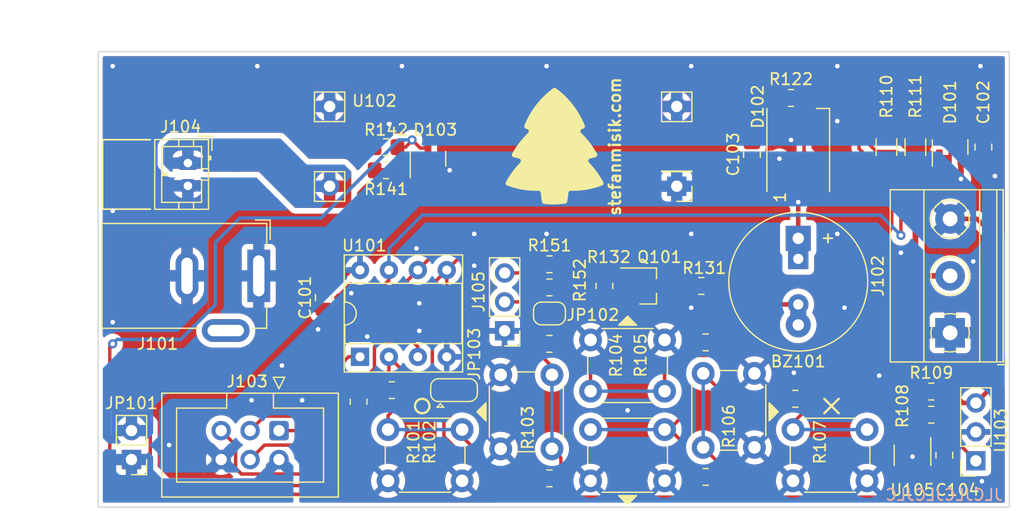
<source format=kicad_pcb>
(kicad_pcb (version 20221018) (generator pcbnew)
  (layers (0 "F.Cu" signal) (31 "B.Cu" signal) (34 "B.Paste" user) (35 "F.Paste" user) (36 "B.SilkS" user "B.Silkscreen") (37 "F.SilkS" user "F.Silkscreen") (38 "B.Mask" user) (39 "F.Mask" user) (44 "Edge.Cuts" user))
  (net 0 "")
  (net 1 "+5V")
  (net 2 "Net-(BZ101--)")
  (net 3 "GND")
  (net 4 "Net-(D101-COM)")
  (net 6 "Net-(J102-Pin_2)")
  (net 7 "Net-(J103-VCC)")
  (net 8 "/LED_DATA")
  (net 9 "/STATUS{slash}LED_DATA{slash}SCK")
  (net 10 "/RESET")
  (net 11 "Net-(Q101-B)")
  (net 12 "Net-(Q101-C)")
  (net 13 "/RX{slash}MOSI")
  (net 14 "Net-(D102-DIN)")
  (net 15 "/KEYPAD_ADC{slash}IR")
  (net 16 "Net-(R104-Pad2)")
  (net 17 "Net-(R107-Pad2)")
  (net 18 "Net-(R103-Pad2)")
  (net 19 "Net-(R105-Pad2)")
  (net 20 "Net-(R106-Pad2)")
  (net 21 "/BAT_VMON")
  (net 22 "Net-(J104-Pin_1)")
  (net 23 "Net-(J105-Pin_2)")
  (net 24 "/BUZZER")
  (net 25 "Net-(U103-OUT)")
  (net 26 "Net-(R102-Pad2)")
  (net 27 "/BUZZER{slash}TX{slash}MISO")
  (net 28 "Net-(J105-Pin_3)")
  (net 29 "Net-(R108-Pad1)")
  (net 30 "Net-(JP103-C)")
  (footprint "LED_SMD:LED_WS2812B_PLCC4_5.0x5.0mm_P3.2mm" (layer "F.Cu") (at 180.848 83.566 90)
    (fp_text reference "D102")
    (fp_text value "WS2812B")
  )
  (footprint "Resistor_SMD:R_1206_3216Metric_Pad1.30x1.75mm_HandSolder" (layer "F.Cu") (at 191.135 83.312 -90)
    (fp_text reference "R111")
    (fp_text value "22R 0.25W")
  )
  (footprint "Button_Switch_THT:SW_PUSH_6mm" (layer "F.Cu") (at 154.722 109.803 90)
    (fp_text reference "SW102" hide)
    (fp_text value "SW_Push")
  )
  (footprint "Jumper:SolderJumper-2_P1.3mm_Bridged_RoundedPad1.0x1.5mm" (layer "F.Cu") (at 159.004 97.917 180)
    (fp_text reference "JP102")
    (fp_text value "Jumper_2_Bridged")
  )
  (footprint "Package_DIP:DIP-8_W7.62mm_Socket" (layer "F.Cu") (at 142.367 101.727 90)
    (fp_text reference "U101")
    (fp_text value "ATtiny85-20P")
  )
  (footprint "Resistor_SMD:R_0805_2012Metric_Pad1.20x1.40mm_HandSolder" (layer "F.Cu") (at 163.83 95.504 90)
    (fp_text reference "R132")
    (fp_text value "10K")
  )
  (footprint "Resistor_SMD:R_0805_2012Metric_Pad1.20x1.40mm_HandSolder" (layer "F.Cu") (at 144.653 83.312 180)
    (fp_text reference "R142")
    (fp_text value "680K")
  )
  (footprint "Resistor_SMD:R_0805_2012Metric_Pad1.20x1.40mm_HandSolder" (layer "F.Cu") (at 159.004 93.599)
    (fp_text reference "R151")
    (fp_text value "330R")
  )
  (footprint "Button_Switch_THT:SW_PUSH_6mm" (layer "F.Cu") (at 162.612 100.239)
    (fp_text reference "SW103" hide)
    (fp_text value "SW_Push")
  )
  (footprint "Connector_BarrelJack:BarrelJack_GCT_DCJ200-10-A_Horizontal" (layer "F.Cu") (at 133.477 94.615 -90)
    (fp_text reference "J101")
    (fp_text value "Barrel_Jack_Switch")
  )
  (footprint "Button_Switch_THT:SW_PUSH_6mm" (layer "F.Cu") (at 151.332 112.613 180)
    (fp_text reference "SW101" hide)
    (fp_text value "SW_Push")
  )
  (footprint "Resistor_SMD:R_0805_2012Metric_Pad1.20x1.40mm_HandSolder" (layer "F.Cu") (at 159.004 95.631)
    (fp_text reference "R152")
    (fp_text value "330R")
  )
  (footprint "Package_TO_SOT_SMD:SOT-23-5_HandSoldering" (layer "F.Cu") (at 190.881 110.363 -90)
    (fp_text reference "U105")
    (fp_text value "74AHC1G125")
  )
  (footprint "Package_TO_SOT_SMD:SOT-23" (layer "F.Cu") (at 148.336 84.328 90)
    (fp_text reference "D103")
    (fp_text value "BAT54S")
  )
  (footprint "Resistor_SMD:R_1206_3216Metric_Pad1.30x1.75mm_HandSolder" (layer "F.Cu") (at 188.595 83.312 90)
    (fp_text reference "R110")
    (fp_text value "22R 0.25W")
  )
  (footprint "Package_TO_SOT_SMD:SOT-23_Handsoldering" (layer "F.Cu") (at 167.64 95.504)
    (fp_text reference "Q101")
    (fp_text value "BC817")
  )
  (footprint "Resistor_SMD:R_0805_2012Metric_Pad1.20x1.40mm_HandSolder" (layer "F.Cu") (at 192.532 104.775)
    (fp_text reference "R109")
    (fp_text value "10K")
  )
  (footprint "Connector_JST:JST_PH_B2B-PH-K_1x02_P2.00mm_Vertical" (layer "F.Cu") (at 127.254 84.709 -90)
    (fp_text reference "J104")
    (fp_text value "Conn_01x02")
  )
  (footprint "Connector_PinHeader_2.54mm:PinHeader_1x03_P2.54mm_Vertical" (layer "F.Cu") (at 155.067 99.441 180)
    (fp_text reference "J105")
    (fp_text value "Conn_01x02")
  )
  (footprint "Capacitor_SMD:C_0805_2012Metric_Pad1.18x1.45mm_HandSolder" (layer "F.Cu") (at 197.104 83.312 90)
    (fp_text reference "C102")
    (fp_text value "100n")
  )
  (footprint "Connector_PinHeader_2.54mm:PinHeader_1x02_P2.54mm_Vertical" (layer "F.Cu") (at 122.301 110.744 180)
    (fp_text reference "JP101")
    (fp_text value "Jumper_2_Open")
  )
  (footprint "Resistor_SMD:R_0805_2012Metric_Pad1.20x1.40mm_HandSolder" (layer "F.Cu") (at 159.004 100.584)
    (fp_text reference "R104")
    (fp_text value "680R")
  )
  (footprint "Resistor_SMD:R_0805_2012Metric_Pad1.20x1.40mm_HandSolder" (layer "F.Cu") (at 180.594 105.41)
    (fp_text reference "R107")
    (fp_text value "7K5")
  )
  (footprint "Resistor_SMD:R_0805_2012Metric_Pad1.20x1.40mm_HandSolder" (layer "F.Cu") (at 180.213 78.994 180)
    (fp_text reference "R122")
    (fp_text value "330R")
  )
  (footprint "Button_Switch_THT:SW_PUSH_6mm" (layer "F.Cu") (at 169.112 112.613 180)
    (fp_text reference "SW104" hide)
    (fp_text value "SW_Push")
  )
  (footprint "Button_Switch_THT:SW_PUSH_6mm" (layer "F.Cu") (at 186.892 112.613 180)
    (fp_text reference "SW106" hide)
    (fp_text value "SW_Push")
  )
  (footprint "TerminalBlock_Phoenix:TerminalBlock_Phoenix_MKDS-1,5-3_1x03_P5.00mm_Horizontal" (layer "F.Cu") (at 194.183 99.615 90)
    (fp_text reference "J102")
    (fp_text value "Screw_Terminal_01x03")
  )
  (footprint "project-specific:mt3608-module" (layer "F.Cu") (at 170.18 86.741 180)
    (fp_text reference "U102")
    (fp_text value "MT3608-MODULE")
  )
  (footprint "Resistor_SMD:R_0805_2012Metric_Pad1.20x1.40mm_HandSolder" (layer "F.Cu") (at 145.161 104.648)
    (fp_text reference "R102")
    (fp_text value "330R")
  )
  (footprint "Package_TO_SOT_SMD:SOT-23" (layer "F.Cu") (at 194.183 83.312 90)
    (fp_text reference "D101")
    (fp_text value "BAT54S")
  )
  (footprint "Button_Switch_THT:SW_PUSH_6mm" (layer "F.Cu") (at 177.002 103.176 -90)
    (fp_text reference "SW105" hide)
    (fp_text value "SW_Push")
  )
  (footprint "Capacitor_SMD:C_0805_2012Metric_Pad1.18x1.45mm_HandSolder" (layer "F.Cu") (at 193.675 110.363 -90)
    (fp_text reference "C104")
    (fp_text value "100n")
  )
  (footprint "Capacitor_SMD:C_0805_2012Metric_Pad1.18x1.45mm_HandSolder" (layer "F.Cu") (at 176.784 83.947 90)
    (fp_text reference "C103")
    (fp_text value "100n")
  )
  (footprint "project-specific:R_0805_2012Metric_Pad1.20x1.40mm_HandSolder_Jumper" (layer "F.Cu") (at 144.653 85.344)
    (fp_text reference "R141")
    (fp_text value "0R")
  )
  (footprint "Capacitor_SMD:C_0805_2012Metric_Pad1.18x1.45mm_HandSolder" (layer "F.Cu") (at 139.192 96.52 -90)
    (fp_text reference "C101")
    (fp_text value "100n")
  )
  (footprint "Resistor_SMD:R_0805_2012Metric_Pad1.20x1.40mm_HandSolder" (layer "F.Cu") (at 172.72 100.457)
    (fp_text reference "R105")
    (fp_text value "1K")
  )
  (footprint "Resistor_SMD:R_0805_2012Metric_Pad1.20x1.40mm_HandSolder" (layer "F.Cu") (at 192.532 106.807)
    (fp_text reference "R108")
    (fp_text value "47R")
  )
  (footprint "project-specific:Buzzer_Stacked" (layer "F.Cu") (at 180.848 91.323 -90)
    (fp_text reference "BZ101")
    (fp_text value "Buzzer")
  )
  (footprint "Connector_IDC:IDC-Header_2x03_P2.54mm_Vertical" (layer "F.Cu") (at 135.255 108.204 -90)
    (fp_text reference "J103")
    (fp_text value "AVR-ISP-6")
  )
  (footprint "Resistor_SMD:R_0805_2012Metric_Pad1.20x1.40mm_HandSolder" (layer "F.Cu") (at 142.24 105.664 90)
    (fp_text reference "R101")
    (fp_text value "2K")
  )
  (footprint "Resistor_SMD:R_0805_2012Metric_Pad1.20x1.40mm_HandSolder" (layer "F.Cu") (at 172.72 112.268)
    (fp_text reference "R106")
    (fp_text value "2K")
  )
  (footprint "Connector_PinSocket_2.54mm:PinSocket_1x03_P2.54mm_Vertical" (layer "F.Cu") (at 196.444 110.856 180)
    (fp_text reference "U103")
    (fp_text value "~")
  )
  (footprint "Resistor_SMD:R_0805_2012Metric_Pad1.20x1.40mm_HandSolder" (layer "F.Cu") (at 159.004 112.395)
    (fp_text reference "R103")
    (fp_text value "470R")
  )
  (footprint "Jumper:SolderJumper-3_P1.3mm_Bridged12_RoundedPad1.0x1.5mm" (layer "F.Cu") (at 150.622 104.648)
    (fp_text reference "JP103")
    (fp_text value "Jumper_3_Bridged12")
  )
  (footprint "Resistor_SMD:R_0805_2012Metric_Pad1.20x1.40mm_HandSolder" (layer "F.Cu") (at 172.339 95.504 180)
    (fp_text reference "R131")
    (fp_text value "1K")
  )
  (gr_poly (pts (xy 159.467318 78.104174) (xy 159.482674 78.105978) (xy 159.497891 78.108987) (xy 159.512899 78.113198) (xy 159.527628 78.118612) (xy 159.54201 78.12523) (xy 159.555974 78.133051) (xy 159.569451 78.142075) (xy 159.746407 78.27505) (xy 159.923506 78.416611) (xy 160.100183 78.566955) (xy 160.275874 78.726278) (xy 160.450013 78.894775) (xy 160.622036 79.072643) (xy 160.791379 79.260078) (xy 160.957476 79.457275) (xy 161.119764 79.664431) (xy 161.277678 79.881742) (xy 161.430652 80.109404) (xy 161.578123 80.347612) (xy 161.719526 80.596563) (xy 161.854296 80.856453) (xy 161.981869 81.127478) (xy 162.10168 81.409833) (xy 162.105525 81.420178) (xy 162.108797 81.430593) (xy 162.111503 81.441059) (xy 162.113653 81.451558) (xy 162.115254 81.462071) (xy 162.116315 81.472581) (xy 162.116844 81.483067) (xy 162.116848 81.493513) (xy 162.116338 81.5039) (xy 162.115319 81.51421) (xy 162.113802 81.524423) (xy 162.111794 81.534522) (xy 162.109303 81.544488) (xy 162.106338 81.554303) (xy 162.102907 81.563948) (xy 162.099017 81.573405) (xy 162.094679 81.582656) (xy 162.089898 81.591682) (xy 162.084685 81.600465) (xy 162.079047 81.608986) (xy 162.072992 81.617227) (xy 162.066529 81.62517) (xy 162.059666 81.632796) (xy 162.052411 81.640087) (xy 162.044772 81.647024) (xy 162.036758 81.653589) (xy 162.028377 81.659764) (xy 162.019637 81.66553) (xy 162.010546 81.670869) (xy 162.001113 81.675762) (xy 161.991346 81.680191) (xy 161.981253 81.684138) (xy 161.920051 81.705915) (xy 161.858233 81.727283) (xy 161.844889 81.732352) (xy 161.832179 81.738212) (xy 161.820111 81.744822) (xy 161.808693 81.752139) (xy 161.797934 81.760124) (xy 161.787841 81.768733) (xy 161.778423 81.777926) (xy 161.769688 81.78766) (xy 161.761644 81.797895) (xy 161.7543 81.808588) (xy 161.747664 81.819699) (xy 161.741743 81.831185) (xy 161.736546 81.843004) (xy 161.732081 81.855117) (xy 161.728357 81.867479) (xy 161.725382 81.880052) (xy 161.723163 81.892791) (xy 161.721709 81.905657) (xy 161.721029 81.918607) (xy 161.72113 81.9316) (xy 161.72202 81.944594) (xy 161.723709 81.957549) (xy 161.726203 81.970421) (xy 161.729512 81.98317) (xy 161.733643 81.995753) (xy 161.738605 82.00813) (xy 161.744405 82.02026) (xy 161.751053 82.032099) (xy 161.758556 82.043607) (xy 161.766922 82.054742) (xy 161.77616 82.065463) (xy 161.786277 82.075727) (xy 161.975389 82.261994) (xy 162.161396 82.459189) (xy 162.343712 82.667591) (xy 162.433304 82.776082) (xy 162.521755 82.887478) (xy 162.608991 83.001816) (xy 162.69494 83.119129) (xy 162.779529 83.239453) (xy 162.862684 83.362822) (xy 162.944332 83.489271) (xy 163.024401 83.618835) (xy 163.102817 83.751549) (xy 163.179509 83.887447) (xy 163.185191 83.898504) (xy 163.190161 83.909717) (xy 163.194429 83.92106) (xy 163.198006 83.932507) (xy 163.200901 83.944032) (xy 163.203125 83.955608) (xy 163.204688 83.96721) (xy 163.2056 83.978812) (xy 163.205872 83.990386) (xy 163.205513 84.001908) (xy 163.204535 84.013351) (xy 163.202947 84.024688) (xy 163.20076 84.035894) (xy 163.197984 84.046942) (xy 163.194628 84.057807) (xy 163.190704 84.068462) (xy 163.186222 84.078881) (xy 163.181191 84.089037) (xy 163.175623 84.098905) (xy 163.169526 84.108459) (xy 163.162913 84.117673) (xy 163.155792 84.126519) (xy 163.148174 84.134973) (xy 163.14007 84.143007) (xy 163.131489 84.150596) (xy 163.122442 84.157714) (xy 163.112939 84.164335) (xy 163.102991 84.170432) (xy 163.092607 84.175978) (xy 163.081798 84.180949) (xy 163.070574 84.185318) (xy 163.058945 84.189059) (xy 162.939677 84.222348) (xy 162.818451 84.253948) (xy 162.695304 84.283756) (xy 162.570276 84.31167) (xy 162.570277 84.31167) (xy 162.555885 84.315296) (xy 162.542083 84.319845) (xy 162.528883 84.325272) (xy 162.5163 84.331531) (xy 162.504347 84.338577) (xy 162.493036 84.346364) (xy 162.482382 84.354847) (xy 162.472399 84.363981) (xy 162.463098 84.373719) (xy 162.454495 84.384017) (xy 162.446602 84.394828) (xy 162.439432 84.406108) (xy 162.433 84.41781) (xy 162.427318 84.42989) (xy 162.4224 84.442302) (xy 162.418259 84.455) (xy 162.41491 84.467939) (xy 162.412364 84.481073) (xy 162.410637 84.494357) (xy 162.40974 84.507745) (xy 162.409688 84.521192) (xy 162.410494 84.534653) (xy 162.412171 84.548081) (xy 162.414733 84.561431) (xy 162.418193 84.574658) (xy 162.422565 84.587717) (xy 162.427862 84.600561) (xy 162.434098 84.613146) (xy 162.441285 84.625425) (xy 162.449438 84.637354) (xy 162.458569 84.648886) (xy 162.468693 84.659977) (xy 162.640172 84.841094) (xy 162.808582 85.031706) (xy 162.973453 85.232026) (xy 163.134314 85.442271) (xy 163.290695 85.662653) (xy 163.367059 85.776712) (xy 163.442126 85.893387) (xy 163.515837 86.012704) (xy 163.588135 86.134688) (xy 163.65896 86.259369) (xy 163.728253 86.386771) (xy 163.733461 86.397242) (xy 163.73803 86.407852) (xy 163.741969 86.418579) (xy 163.745286 86.4294) (xy 163.747989 86.440293) (xy 163.750088 86.451236) (xy 163.751591 86.462206) (xy 163.752506 86.473181) (xy 163.752842 86.484139) (xy 163.752607 86.495056) (xy 163.75181 86.505911) (xy 163.750459 86.516681) (xy 163.748563 86.527344) (xy 163.74613 86.537877) (xy 163.743169 86.548259) (xy 163.739689 86.558466) (xy 163.735697 86.568476) (xy 163.731202 86.578267) (xy 163.726213 86.587816) (xy 163.720739 86.597102) (xy 163.714787 86.606101) (xy 163.708366 86.614791) (xy 163.701486 86.62315) (xy 163.694153 86.631155) (xy 163.686378 86.638784) (xy 163.678167 86.646015) (xy 163.669531 86.652825) (xy 163.660477 86.659192) (xy 163.651013 86.665094) (xy 163.641149 86.670507) (xy 163.630893 86.67541) (xy 163.620253 86.67978) (xy 163.323038 86.784915) (xy 163.011526 86.880021) (xy 162.686207 86.963363) (xy 162.518521 87.000081) (xy 162.347567 87.033208) (xy 162.173404 87.062526) (xy 161.996095 87.08782) (xy 161.815699 87.108872) (xy 161.632278 87.125465) (xy 161.445893 87.137383) (xy 161.256605 87.144409) (xy 161.064474 87.146325) (xy 160.869563 87.142916) (xy 160.859564 87.142847) (xy 160.849673 87.143273) (xy 160.839901 87.144182) (xy 160.830259 87.145564) (xy 160.820761 87.147408) (xy 160.811418 87.149704) (xy 160.802242 87.152439) (xy 160.793245 87.155603) (xy 160.78444 87.159186) (xy 160.775837 87.163176) (xy 160.767449 87.167562) (xy 160.759288 87.172333) (xy 160.751365 87.17748) (xy 160.743694 87.182989) (xy 160.736286 87.188852) (xy 160.729152 87.195056) (xy 160.722305 87.201591) (xy 160.715757 87.208446) (xy 160.70952 87.215609) (xy 160.703605 87.223071) (xy 160.698025 87.23082) (xy 160.692792 87.238845) (xy 160.687918 87.247136) (xy 160.683414 87.25568) (xy 160.679293 87.264469) (xy 160.675566 87.273489) (xy 160.672246 87.282731) (xy 160.669344 87.292184) (xy 160.666873 87.301837) (xy 160.664845 87.311678) (xy 160.66327 87.321697) (xy 160.662163 87.331883) (xy 160.653673 87.42601) (xy 160.643961 87.520683) (xy 160.633007 87.615896) (xy 160.620792 87.711646) (xy 160.607297 87.807927) (xy 160.592503 87.904734) (xy 160.57639 88.002063) (xy 160.55894 88.099909) (xy 160.557304 88.107928) (xy 160.555371 88.115827) (xy 160.553146 88.1236) (xy 160.550637 88.13124) (xy 160.547849 88.138741) (xy 160.544789 88.146097) (xy 160.537879 88.160348) (xy 160.529958 88.17394) (xy 160.521076 88.186825) (xy 160.511286 88.19895) (xy 160.500638 88.210265) (xy 160.489184 88.220719) (xy 160.476974 88.230262) (xy 160.464061 88.238842) (xy 160.450494 88.246409) (xy 160.443482 88.249797) (xy 160.436326 88.252912) (xy 160.429033 88.255748) (xy 160.421608 88.2583) (xy 160.414058 88.26056) (xy 160.40639 88.262522) (xy 160.39861 88.26418) (xy 160.390724 88.265528) (xy 160.143002 88.298297) (xy 159.899012 88.32187) (xy 159.659007 88.336741) (xy 159.423236 88.343407) (xy 159.191952 88.342359) (xy 158.965406 88.334094) (xy 158.743849 88.319106) (xy 158.527532 88.297888) (xy 158.519336 88.296788) (xy 158.511242 88.295361) (xy 158.503255 88.293612) (xy 158.495383 88.291549) (xy 158.487634 88.289178) (xy 158.480014 88.286505) (xy 158.472531 88.283537) (xy 158.465191 88.280279) (xy 158.458003 88.276739) (xy 158.450973 88.272922) (xy 158.444108 88.268835) (xy 158.437416 88.264484) (xy 158.430903 88.259876) (xy 158.424578 88.255016) (xy 158.412516 88.24457) (xy 158.401287 88.233196) (xy 158.396004 88.227177) (xy 158.39095 88.220944) (xy 158.386134 88.214505) (xy 158.381561 88.207866) (xy 158.37724 88.201033) (xy 158.373178 88.194013) (xy 158.369382 88.186811) (xy 158.365858 88.179434) (xy 158.362615 88.171889) (xy 158.359659 88.164182) (xy 158.356998 88.156319) (xy 158.354638 88.148306) (xy 158.352587 88.140151) (xy 158.350852 88.131858) (xy 158.332281 88.029834) (xy 158.31516 87.928368) (xy 158.299466 87.827469) (xy 158.285177 87.727143) (xy 158.272271 87.627401) (xy 158.260724 87.528249) (xy 158.250516 87.429695) (xy 158.241622 87.331748) (xy 158.240514 87.321562) (xy 158.23894 87.311544) (xy 158.236912 87.301704) (xy 158.234441 87.292054) (xy 158.231539 87.282604) (xy 158.228219 87.273366) (xy 158.224492 87.264349) (xy 158.220371 87.255565) (xy 158.215867 87.247026) (xy 158.210992 87.238741) (xy 158.205759 87.230721) (xy 158.200179 87.222978) (xy 158.194265 87.215522) (xy 158.188027 87.208364) (xy 158.181479 87.201516) (xy 158.174633 87.194987) (xy 158.167499 87.18879) (xy 158.160091 87.182933) (xy 158.152419 87.17743) (xy 158.144497 87.17229) (xy 158.136336 87.167524) (xy 158.127948 87.163144) (xy 158.119345 87.159159) (xy 158.110539 87.155581) (xy 158.101542 87.152422) (xy 158.092366 87.149691) (xy 158.083023 87.147399) (xy 158.073525 87.145558) (xy 158.063884 87.144179) (xy 158.054112 87.143271) (xy 158.04422 87.142847) (xy 158.034222 87.142916) (xy 157.83931 87.146325) (xy 157.64718 87.144409) (xy 157.457892 87.137383) (xy 157.271506 87.125465) (xy 157.088085 87.108872) (xy 156.907689 87.08782) (xy 156.73038 87.062526) (xy 156.556217 87.033208) (xy 156.385262 87.000081) (xy 156.217577 86.963363) (xy 156.053222 86.923271) (xy 155.892257 86.880021) (xy 155.734745 86.83383) (xy 155.580746 86.784915) (xy 155.283531 86.67978) (xy 155.272891 86.67541) (xy 155.262635 86.670507) (xy 155.252771 86.665094) (xy 155.243307 86.659193) (xy 155.234253 86.652826) (xy 155.225617 86.646016) (xy 155.217406 86.638785) (xy 155.209631 86.631155) (xy 155.202298 86.62315) (xy 155.195418 86.614791) (xy 155.188997 86.606101) (xy 155.183045 86.597102) (xy 155.177571 86.587817) (xy 155.172582 86.578267) (xy 155.168087 86.568476) (xy 155.164096 86.558466) (xy 155.160615 86.548259) (xy 155.157654 86.537878) (xy 155.155221 86.527344) (xy 155.153325 86.516681) (xy 155.151974 86.505911) (xy 155.151177 86.495056) (xy 155.150942 86.484139) (xy 155.151278 86.473181) (xy 155.152193 86.462206) (xy 155.153696 86.451236) (xy 155.155795 86.440293) (xy 155.158499 86.4294) (xy 155.161816 86.418579) (xy 155.165754 86.407852) (xy 155.170323 86.397242) (xy 155.175531 86.386771) (xy 155.244823 86.259368) (xy 155.315643 86.134688) (xy 155.387935 86.012703) (xy 155.461639 85.893387) (xy 155.536698 85.776712) (xy 155.613053 85.662652) (xy 155.690646 85.551181) (xy 155.769419 85.44227) (xy 155.849313 85.335894) (xy 155.930271 85.232026) (xy 156.012234 85.130639) (xy 156.095144 85.031705) (xy 156.178943 84.935199) (xy 156.263573 84.841094) (xy 156.348975 84.749362) (xy 156.435092 84.659977) (xy 156.445215 84.648886) (xy 156.454347 84.637354) (xy 156.4625 84.625425) (xy 156.469687 84.613146) (xy 156.475922 84.600561) (xy 156.481219 84.587717) (xy 156.485591 84.574658) (xy 156.489051 84.561431) (xy 156.491613 84.548081) (xy 156.493291 84.534653) (xy 156.494096 84.521192) (xy 156.494044 84.507745) (xy 156.493148 84.494357) (xy 156.49142 84.481073) (xy 156.488874 84.467939) (xy 156.485525 84.455) (xy 156.481384 84.442302) (xy 156.476466 84.42989) (xy 156.470784 84.41781) (xy 156.464352 84.406108) (xy 156.457182 84.394828) (xy 156.449289 84.384017) (xy 156.440686 84.373719) (xy 156.431385 84.363981) (xy 156.421402 84.354847) (xy 156.410748 84.346364) (xy 156.399437 84.338577) (xy 156.387484 84.331531) (xy 156.374901 84.325272) (xy 156.361701 84.319845) (xy 156.347899 84.315296) (xy 156.333507 84.31167) (xy 156.208479 84.283756) (xy 156.085333 84.253948) (xy 155.964107 84.222349) (xy 155.844839 84.189059) (xy 155.83321 84.185318) (xy 155.821986 84.180949) (xy 155.811177 84.175978) (xy 155.800793 84.170432) (xy 155.790844 84.164335) (xy 155.781342 84.157714) (xy 155.772295 84.150596) (xy 155.763714 84.143007) (xy 155.755609 84.134973) (xy 155.747992 84.126519) (xy 155.740871 84.117673) (xy 155.734257 84.108459) (xy 155.728161 84.098905) (xy 155.722593 84.089037) (xy 155.717562 84.078881) (xy 155.71308 84.068462) (xy 155.709156 84.057807) (xy 155.7058 84.046942) (xy 155.703024 84.035894) (xy 155.700836 84.024688) (xy 155.699249 84.013351) (xy 155.69827 84.001908) (xy 155.697912 83.990386) (xy 155.698184 83.978812) (xy 155.699096 83.96721) (xy 155.700659 83.955608) (xy 155.702883 83.944032) (xy 155.705778 83.932507) (xy 155.709355 83.92106) (xy 155.713623 83.909717) (xy 155.718593 83.898504) (xy 155.724275 83.887447) (xy 155.800966 83.751549) (xy 155.879383 83.618835) (xy 155.959452 83.489271) (xy 156.0411 83.362822) (xy 156.124255 83.239453) (xy 156.208844 83.119129) (xy 156.294793 83.001816) (xy 156.382029 82.887478) (xy 156.47048 82.776082) (xy 156.560072 82.667591) (xy 156.650733 82.561972) (xy 156.742389 82.459189) (xy 156.834967 82.359208) (xy 156.928395 82.261994) (xy 157.022599 82.167512) (xy 157.117507 82.075727) (xy 157.127625 82.065463) (xy 157.136863 82.054742) (xy 157.145229 82.043607) (xy 157.152732 82.032099) (xy 157.159379 82.02026) (xy 157.16518 82.008131) (xy 157.170141 81.995753) (xy 157.174273 81.98317) (xy 157.177581 81.970421) (xy 157.180076 81.957549) (xy 157.181764 81.944595) (xy 157.182655 81.9316) (xy 157.182756 81.918607) (xy 157.182075 81.905657) (xy 157.180622 81.892791) (xy 157.178403 81.880052) (xy 157.175427 81.86748) (xy 157.171703 81.855117) (xy 157.167239 81.843005) (xy 157.162042 81.831185) (xy 157.156121 81.819699) (xy 157.149484 81.808588) (xy 157.14214 81.797895) (xy 157.134096 81.78766) (xy 157.125361 81.777926) (xy 157.115943 81.768733) (xy 157.10585 81.760124) (xy 157.095091 81.75214) (xy 157.083673 81.744822) (xy 157.071605 81.738212) (xy 157.058895 81.732352) (xy 157.045551 81.727283) (xy 157.014598 81.716663) (xy 156.983785 81.705915) (xy 156.922531 81.684138) (xy 156.912438 81.680191) (xy 156.902671 81.675762) (xy 156.893238 81.670869) (xy 156.884148 81.66553) (xy 156.875408 81.659764) (xy 156.867026 81.653589) (xy 156.859012 81.647024) (xy 156.851374 81.640087) (xy 156.844119 81.632796) (xy 156.837255 81.62517) (xy 156.830792 81.617227) (xy 156.824738 81.608986) (xy 156.819099 81.600465) (xy 156.813886 81.591682) (xy 156.809106 81.582656) (xy 156.804767 81.573405) (xy 156.800878 81.563948) (xy 156.797447 81.554303) (xy 156.794482 81.544488) (xy 156.791991 81.534522) (xy 156.789983 81.524423) (xy 156.788465 81.51421) (xy 156.787447 81.5039) (xy 156.786936 81.493513) (xy 156.786941 81.483067) (xy 156.78747 81.472581) (xy 156.78853 81.462071) (xy 156.790132 81.451558) (xy 156.792281 81.441059) (xy 156.794988 81.430593) (xy 156.79826 81.420178) (xy 156.802105 81.409833) (xy 156.921917 81.127478) (xy 157.049494 80.856453) (xy 157.18427 80.596563) (xy 157.32568 80.347612) (xy 157.473159 80.109404) (xy 157.626142 79.881742) (xy 157.784064 79.664432) (xy 157.946359 79.457275) (xy 158.112462 79.260078) (xy 158.281808 79.072643) (xy 158.453832 78.894775) (xy 158.627968 78.726278) (xy 158.803652 78.566955) (xy 158.980317 78.416611) (xy 159.1574 78.27505) (xy 159.334334 78.142075) (xy 159.347811 78.133051) (xy 159.361775 78.12523) (xy 159.376156 78.118612) (xy 159.390886 78.113198) (xy 159.405894 78.108987) (xy 159.42111 78.105978) (xy 159.436466 78.104174) (xy 159.451892 78.103572)) (fill solid) (layer "F.SilkS"))
  (gr_poly (pts (xy 153.416 107.315) (xy 152.654 106.553) (xy 153.416 105.791)) (stroke (width 0.15)) (fill solid) (layer "F.SilkS"))
  (gr_poly (pts (xy 166.624 113.919) (xy 165.862 114.681) (xy 165.1 113.919)) (stroke (width 0.15)) (fill solid) (layer "F.SilkS"))
  (gr_line (start 119.761 88.757) (end 123.952 88.757) (stroke (width 0.15)) (layer "F.SilkS"))
  (gr_line (start 184.404 106.68) (end 183.134 105.41) (stroke (width 0.2)) (layer "F.SilkS"))
  (gr_poly (pts (xy 165.1 98.933) (xy 165.862 98.171) (xy 166.624 98.933)) (stroke (width 0.15)) (fill solid) (layer "F.SilkS"))
  (gr_line (start 123.952 82.661) (end 119.761 82.661) (stroke (width 0.15)) (layer "F.SilkS"))
  (gr_poly (pts (xy 178.308 105.791) (xy 179.07 106.553) (xy 178.308 107.315)) (stroke (width 0.15)) (fill solid) (layer "F.SilkS"))
  (gr_line (start 119.761 82.661) (end 119.761 88.757) (stroke (width 0.15)) (layer "F.SilkS"))
  (gr_circle (center 147.828 106.045) (end 148.463 106.045) (stroke (width 0.2)) (fill none) (layer "F.SilkS"))
  (gr_line (start 183.134 106.68) (end 184.404 105.41) (stroke (width 0.2)) (layer "F.SilkS"))
  (gr_rect (start 119.38 74.93) (end 199.38 114.93) (stroke (width 0.1)) (fill none) (layer "Edge.Cuts"))
  (gr_text "JLCJLCJLCJLC" (at 188.407 114.427) (layer "B.SilkS") (effects (font (size 1 1)) (justify right bottom mirror)))
  (gr_text "stefanmisik.com" (at 165.33591 89.439146 90) (layer "F.SilkS") (effects (font (size 1 1) (thickness 0.2) bold) (justify left bottom)))
  (segment (start 150.241 85.344) (end 149.3645 85.344) (width 0.3) (layer "F.Cu") (net 1))
  (segment (start 139.192 95.4825) (end 140.1025 95.4825) (width 0.5) (layer "F.Cu") (net 1))
  (segment (start 196.061 84.3495) (end 197.104 84.3495) (width 0.5) (layer "F.Cu") (net 1))
  (segment (start 179.198 84.329) (end 179.197 84.328) (width 0.4) (layer "F.Cu") (net 1))
  (segment (start 194.183 89.615) (end 196.549 89.615) (width 0.4) (layer "F.Cu") (net 1))
  (segment (start 120.396 112.395) (end 121.793 113.792) (width 0.3) (layer "F.Cu") (net 1))
  (segment (start 142.24 111.506) (end 142.24 106.664) (width 0.3) (layer "F.Cu") (net 1))
  (segment (start 193.675 108.803166) (end 193.675 109.3255) (width 0.4) (layer "F.Cu") (net 1))
  (segment (start 179.198 86.016) (end 179.198 84.329) (width 0.4) (layer "F.Cu") (net 1))
  (segment (start 180.848 88.138) (end 180.848 91.323) (width 0.4) (layer "F.Cu") (net 1))
  (segment (start 120.396 108.966) (end 120.396 112.395) (width 0.3) (layer "F.Cu") (net 1))
  (segment (start 192.532 107.660166) (end 193.675 108.803166) (width 0.4) (layer "F.Cu") (net 1))
  (segment (start 121.158 108.204) (end 120.396 108.966) (width 0.3) (layer "F.Cu") (net 1))
  (segment (start 198.12 104.1) (end 196.444 105.776) (width 0.4) (layer "F.Cu") (net 1))
  (segment (start 122.301 108.204) (end 121.158 108.204) (width 0.3) (layer "F.Cu") (net 1))
  (segment (start 193.532 104.902) (end 192.532 105.902) (width 0.4) (layer "F.Cu") (net 1))
  (segment (start 191.831 111.1695) (end 193.675 109.3255) (width 0.3) (layer "F.Cu") (net 1))
  (segment (start 192.532 105.902) (end 192.532 107.660166) (width 0.4) (layer "F.Cu") (net 1))
  (segment (start 198.12 91.186) (end 198.12 104.1) (width 0.4) (layer "F.Cu") (net 1))
  (segment (start 149.3645 85.344) (end 149.286 85.2655) (width 0.3) (layer "F.Cu") (net 1))
  (segment (start 195.311 105.776) (end 194.437 104.902) (width 0.4) (layer "F.Cu") (net 1))
  (segment (start 121.793 113.792) (end 139.954 113.792) (width 0.3) (layer "F.Cu") (net 1))
  (segment (start 140.1025 95.4825) (end 141.478 94.107) (width 0.5) (layer "F.Cu") (net 1))
  (segment (start 177.7785 84.9845) (end 176.784 84.9845) (width 0.4) (layer "F.Cu") (net 1))
  (segment (start 195.961 84.2495) (end 196.061 84.3495) (width 0.5) (layer "F.Cu") (net 1))
  (segment (start 178.435 84.328) (end 177.7785 84.9845) (width 0.4) (layer "F.Cu") (net 1))
  (segment (start 196.549 89.615) (end 198.12 91.186) (width 0.4) (layer "F.Cu") (net 1))
  (segment (start 191.831 111.713) (end 191.831 111.1695) (width 0.3) (layer "F.Cu") (net 1))
  (segment (start 195.133 86.106) (end 195.133 84.2495) (width 0.5) (layer "F.Cu") (net 1))
  (segment (start 179.197 84.328) (end 178.435 84.328) (width 0.4) (layer "F.Cu") (net 1))
  (segment (start 139.954 113.792) (end 142.24 111.506) (width 0.3) (layer "F.Cu") (net 1))
  (segment (start 141.478 94.107) (end 142.367 94.107) (width 0.5) (layer "F.Cu") (net 1))
  (segment (start 196.444 105.776) (end 195.311 105.776) (width 0.4) (layer "F.Cu") (net 1))
  (segment (start 194.437 104.902) (end 193.532 104.902) (width 0.4) (layer "F.Cu") (net 1))
  (segment (start 195.133 84.2495) (end 195.961 84.2495) (width 0.5) (layer "F.Cu") (net 1))
  (via (at 150.241 85.344) (size 0.8) (drill 0.4) (layers "F.Cu" "B.Cu") (net 1))
  (via (at 180.848 88.138) (size 0.8) (drill 0.4) (layers "F.Cu" "B.Cu") (net 1))
  (via (at 179.197 84.328) (size 0.8) (drill 0.4) (layers "F.Cu" "B.Cu") (net 1))
  (via (at 195.133 86.106) (size 0.8) (drill 0.4) (layers "F.Cu" "B.Cu") (net 1))
  (segment (start 173.339 95.504) (end 176.657 95.504) (width 0.4) (layer "F.Cu") (net 2))
  (segment (start 178.276 97.123) (end 180.848 97.123) (width 0.4) (layer "F.Cu") (net 2))
  (segment (start 176.657 95.504) (end 178.276 97.123) (width 0.4) (layer "F.Cu") (net 2))
  (segment (start 187.721818 82.931) (end 189.865 82.931) (width 0.4) (layer "F.Cu") (net 3))
  (segment (start 192.8345 84.2495) (end 193.233 84.2495) (width 0.4) (layer "F.Cu") (net 3))
  (segment (start 157.099 99.314) (end 160.909 99.314) (width 0.4) (layer "F.Cu") (net 3))
  (segment (start 166.14 95.909) (end 165.735 95.504) (width 0.4) (layer "F.Cu") (net 3))
  (segment (start 165.735 95.504) (end 162.687 95.504) (width 0.4) (layer "F.Cu") (net 3))
  (segment (start 172.339 96.647) (end 172.339 94.361) (width 0.4) (layer "F.Cu") (net 3))
  (segment (start 169.148 112.649) (end 169.112 112.613) (width 0.3) (layer "F.Cu") (net 3))
  (segment (start 192.151 83.566) (end 192.8345 84.2495) (width 0.4) (layer "F.Cu") (net 3))
  (segment (start 190.881 108.077) (end 190.246 107.442) (width 0.5) (layer "F.Cu") (net 3))
  (segment (start 190.881 109.013) (end 190.881 108.077) (width 0.5) (layer "F.Cu") (net 3))
  (segment (start 187.452 80.645) (end 187.579 80.518) (width 0.4) (layer "F.Cu") (net 3))
  (segment (start 189.865 82.931) (end 190.5 83.566) (width 0.4) (layer "F.Cu") (net 3))
  (segment (start 190.5 83.566) (end 192.151 83.566) (width 0.4) (layer "F.Cu") (net 3))
  (segment (start 187.232 80.865) (end 187.452 80.645) (width 0.4) (layer "F.Cu") (net 3))
  (segment (start 166.14 96.454) (end 166.14 95.909) (width 0.4) (layer "F.Cu") (net 3))
  (segment (start 180.213 80.01) (end 180.213 77.978) (width 0.3) (layer "F.Cu") (net 3))
  (segment (start 190.881 109.013) (end 190.881 110.49) (width 0.5) (layer "F.Cu") (net 3))
  (segment (start 190.881 110.49) (end 190.881 112.903) (width 0.5) (layer "F.Cu") (net 3))
  (segment (start 187.232 82.441182) (end 187.232 80.865) (width 0.4) (layer "F.Cu") (net 3))
  (segment (start 187.232 82.441182) (end 187.721818 82.931) (width 0.4) (layer "F.Cu") (net 3))
  (via (at 146.05 76.2) (size 0.8) (drill 0.4) (layers "F.Cu" "B.Cu") (net 3))
  (via (at 152.4 93.726) (size 0.8) (drill 0.4) (layers "F.Cu" "B.Cu") (net 3))
  (via (at 144.907 81.28) (size 0.8) (drill 0.4) (layers "F.Cu" "B.Cu") (net 3))
  (via (at 133.35 76.2) (size 0.8) (drill 0.4) (layers "F.Cu" "B.Cu") (net 3))
  (via (at 143.002 99.949) (size 0.8) (drill 0.4) (layers "F.Cu" "B.Cu") (net 3))
  (via (at 120.65 88.9) (size 0.8) (drill 0.4) (layers "F.Cu" "B.Cu") (net 3))
  (via (at 132.842 105.537) (size 0.8) (drill 0.4) (layers "F.Cu" "B.Cu") (net 3))
  (via (at 147.32 92.202) (size 0.8) (drill 0.4) (layers "F.Cu" "B.Cu") (net 3))
  (via (at 147.574 99.441) (size 0.8) (drill 0.4) (layers "F.Cu" "B.Cu") (net 3))
  (via (at 120.65 76.2) (size 0.8) (drill 0.4) (layers "F.Cu" "B.Cu") (net 3))
  (via (at 147.574 97.028) (size 0.8) (drill 0.4) (layers "F.Cu" "B.Cu") (net 3))
  (via (at 189.865 92.583) (size 0.8) (drill 0.4) (layers "F.Cu" "B.Cu") (net 3))
  (via (at 184.912 97.409) (size 0.8) (drill 0.4) (layers "F.Cu" "B.Cu") (net 3))
  (via (at 125.603 109.474) (size 0.8) (drill 0.4) (layers "F.Cu" "B.Cu") (net 3))
  (via (at 184.277 90.932) (size 0.8) (drill 0.4) (layers "F.Cu" "B.Cu") (net 3))
  (via (at 190.881 110.49) (size 0.8) (drill 0.4) (layers "F.Cu" "B.Cu") (net 3))
  (via (at 165.862 106.426) (size 0.8) (drill 0.4) (layers "F.Cu" "B.Cu") (net 3))
  (via (at 135.509 102.489) (size 0.8) (drill 0.4) (layers "F.Cu" "B.Cu") (net 3))
  (via (at 138.684 99.314) (size 0.8) (drill 0.4) (layers "F.Cu" "B.Cu") (net 3))
  (via (at 158.75 90.932) (size 0.8) (drill 0.4) (layers "F.Cu" "B.Cu") (net 3))
  (via (at 196.85 76.2) (size 0.8) (drill 0.4) (layers "F.Cu" "B.Cu") (net 3))
  (via (at 187.96 103.378) (size 0.8) (drill 0.4) (layers "F.Cu" "B.Cu") (net 3))
  (via (at 137.287 105.537) (size 0.8) (drill 0.4) (layers "F.Cu" "B.Cu") (net 3))
  (via (at 180.467 103.124) (size 0.8) (drill 0.4) (layers "F.Cu" "B.Cu") (net 3))
  (via (at 158.75 76.2) (size 0.8) (drill 0.4) (layers "F.Cu" "B.Cu") (net 3))
  (via (at 120.65 98.679) (size 0.8) (drill 0.4) (layers "F.Cu" "B.Cu") (net 3))
  (via (at 196.977 112.649) (size 0.8) (drill 0.4) (layers "F.Cu" "B.Cu") (net 3))
  (via (at 171.45 97.409) (size 0.8) (drill 0.4) (layers "F.Cu" "B.Cu") (net 3))
  (via (at 198.12 85.852) (size 0.8) (drill 0.4) (layers "F.Cu" "B.Cu") (net 3))
  (via (at 184.277 81.026) (size 0.8) (drill 0.4) (layers "F.Cu" "B.Cu") (net 3))
  (via (at 171.45 76.2) (size 0.8) (drill 0.4) (layers "F.Cu" "B.Cu") (net 3))
  (via (at 171.45 90.932) (size 0.8) (drill 0.4) (layers "F.Cu" "B.Cu") (net 3))
  (via (at 184.277 76.2) (size 0.8) (drill 0.4) (layers "F.Cu" "B.Cu") (net 3))
  (via (at 180.213 82.677) (size 0.8) (drill 0.4) (layers "F.Cu" "B.Cu") (net 3))
  (via (at 196.215 93.345) (size 0.8) (drill 0.4) (layers "F.Cu" "B.Cu") (net 3))
  (via (at 141.605 96.139) (size 0.8) (drill 0.4) (layers "F.Cu" "B.Cu") (net 3))
  (via (at 152.4 90.932) (size 0.8) (drill 0.4) (layers "F.Cu" "B.Cu") (net 3))
  (segment (start 193.1185 82.3745) (end 194.183 82.3745) (width 0.5) (layer "F.Cu") (net 4))
  (segment (start 191.135 81.762) (end 192.506 81.762) (width 0.5) (layer "F.Cu") (net 4))
  (segment (start 192.506 81.762) (end 193.1185 82.3745) (width 0.5) (layer "F.Cu") (net 4))
  (segment (start 188.595 81.762) (end 191.135 81.762) (width 0.5) (layer "F.Cu") (net 4))
  (segment (start 191.135 84.862) (end 191.135 93.472) (width 0.5) (layer "F.Cu") (net 6))
  (segment (start 192.278 94.615) (end 194.183 94.615) (width 0.5) (layer "F.Cu") (net 6))
  (segment (start 191.135 93.472) (end 192.278 94.615) (width 0.5) (layer "F.Cu") (net 6))
  (segment (start 182.498 84.835) (end 182.498 86.016) (width 0.3) (layer "F.Cu") (net 8))
  (segment (start 188.595 84.761) (end 187.504 84.761) (width 0.3) (layer "F.Cu") (net 8))
  (segment (start 186.182 80.463106) (end 185.212894 79.494) (width 0.3) (layer "F.Cu") (net 8))
  (segment (start 185.212894 79.494) (end 182.368456 79.494) (width 0.3) (layer "F.Cu") (net 8))
  (segment (start 187.504 84.761) (end 186.182 83.439) (width 0.3) (layer "F.Cu") (net 8))
  (segment (start 182.368456 79.494) (end 181.356 80.506456) (width 0.3) (layer "F.Cu") (net 8))
  (segment (start 186.182 83.439) (end 186.182 80.463106) (width 0.3) (layer "F.Cu") (net 8))
  (segment (start 181.356 83.693) (end 182.498 84.835) (width 0.3) (layer "F.Cu") (net 8))
  (segment (start 181.356 80.506456) (end 181.356 83.693) (width 0.3) (layer "F.Cu") (net 8))
  (segment (start 187.706 83.693) (end 186.682 82.669) (width 0.3) (layer "F.Cu") (net 9))
  (segment (start 132.715 108.204) (end 133.985 106.934) (width 0.3) (layer "F.Cu") (net 9))
  (segment (start 137.795 106.934) (end 138.811 105.918) (width 0.3) (layer "F.Cu") (net 9))
  (segment (start 186.682 82.669) (end 186.682 80.256) (width 0.3) (layer "F.Cu") (net 9))
  (segment (start 189.865 91.059) (end 189.865 84.074) (width 0.3) (layer "F.Cu") (net 9))
  (segment (start 185.42 78.994) (end 181.213 78.994) (width 0.3) (layer "F.Cu") (net 9))
  (segment (start 189.865 84.074) (end 189.484 83.693) (width 0.3) (layer "F.Cu") (net 9))
  (segment (start 186.682 80.256) (end 185.42 78.994) (width 0.3) (layer "F.Cu") (net 9))
  (segment (start 133.985 106.934) (end 137.795 106.934) (width 0.3) (layer "F.Cu") (net 9))
  (segment (start 138.811 101.092) (end 144.907 94.996) (width 0.3) (layer "F.Cu") (net 9))
  (segment (start 144.907 94.996) (end 144.907 94.107) (width 0.3) (layer "F.Cu") (net 9))
  (segment (start 138.811 105.918) (end 138.811 101.092) (width 0.3) (layer "F.Cu") (net 9))
  (segment (start 189.484 83.693) (end 187.706 83.693) (width 0.3) (layer "F.Cu") (net 9))
  (via (at 189.865 91.059) (size 0.8) (drill 0.4) (layers "F.Cu" "B.Cu") (net 9))
  (segment (start 188.087 89.281) (end 189.865 91.059) (width 0.3) (layer "B.Cu") (net 9))
  (segment (start 144.907 94.107) (end 144.907 92.209938) (width 0.3) (layer "B.Cu") (net 9))
  (segment (start 146.057938 91.059) (end 146.057938 91.051062) (width 0.3) (layer "B.Cu") (net 9))
  (segment (start 147.828 89.281) (end 188.087 89.281) (width 0.3) (layer "B.Cu") (net 9))
  (segment (start 146.057938 91.051062) (end 147.828 89.281) (width 0.3) (layer "B.Cu") (net 9))
  (segment (start 144.907 92.209938) (end 146.057938 91.059) (width 0.3) (layer "B.Cu") (net 9))
  (segment (start 140.311 109.896212) (end 138.193212 112.014) (width 0.3) (layer "F.Cu") (net 10))
  (segment (start 131.953 112.014) (end 131.445 111.506) (width 0.3) (layer "F.Cu") (net 10))
  (segment (start 142.367 101.727) (end 141.351 101.727) (width 0.3) (layer "F.Cu") (net 10))
  (segment (start 141.351 101.727) (end 140.311 102.767) (width 0.3) (layer "F.Cu") (net 10))
  (segment (start 138.193212 112.014) (end 131.953 112.014) (width 0.3) (layer "F.Cu") (net 10))
  (segment (start 131.445 109.474) (end 130.175 108.204) (width 0.3) (layer "F.Cu") (net 10))
  (segment (start 140.311 102.767) (end 140.311 109.896212) (width 0.3) (layer "F.Cu") (net 10))
  (segment (start 131.445 111.506) (end 131.445 109.474) (width 0.3) (layer "F.Cu") (net 10))
  (segment (start 163.83 94.504) (end 164.857 94.504) (width 0.3) (layer "F.Cu") (net 11))
  (segment (start 164.907 94.554) (end 166.14 94.554) (width 0.3) (layer "F.Cu") (net 11))
  (segment (start 164.857 94.504) (end 164.907 94.554) (width 0.3) (layer "F.Cu") (net 11))
  (segment (start 169.14 95.504) (end 171.339 95.504) (width 0.4) (layer "F.Cu") (net 12))
  (segment (start 148.717 102.743) (end 148.717 97.282) (width 0.3) (layer "F.Cu") (net 13))
  (segment (start 149.987 94.107) (end 148.217 95.877) (width 0.3) (layer "F.Cu") (net 13))
  (segment (start 151.545 92.549) (end 149.987 94.107) (width 0.3) (layer "F.Cu") (net 13))
  (segment (start 160.004 93.599) (end 160.004 93.583) (width 0.3) (layer "F.Cu") (net 13))
  (segment (start 149.987 96.012) (end 149.987 94.107) (width 0.3) (layer "F.Cu") (net 13))
  (segment (start 158.97 92.549) (end 151.545 92.549) (width 0.3) (layer "F.Cu") (net 13))
  (segment (start 139.811 101.633212) (end 139.811 108.474) (width 0.3) (layer "F.Cu") (net 13))
  (segment (start 138.811 109.474) (end 133.985 109.474) (width 0.3) (layer "F.Cu") (net 13))
  (segment (start 148.217 95.877) (end 145.567212 95.877) (width 0.3) (layer "F.Cu") (net 13))
  (segment (start 139.811 108.474) (end 138.811 109.474) (width 0.3) (layer "F.Cu") (net 13))
  (segment (start 151.384 103.251) (end 149.225 103.251) (width 0.3) (layer "F.Cu") (net 13))
  (segment (start 133.985 109.474) (end 132.715 110.744) (width 0.3) (layer "F.Cu") (net 13))
  (segment (start 148.717 97.282) (end 149.987 96.012) (width 0.3) (layer "F.Cu") (net 13))
  (segment (start 151.922 103.789) (end 151.384 103.251) (width 0.3) (layer "F.Cu") (net 13))
  (segment (start 149.225 103.251) (end 148.717 102.743) (width 0.3) (layer "F.Cu") (net 13))
  (segment (start 160.004 93.583) (end 158.97 92.549) (width 0.3) (layer "F.Cu") (net 13))
  (segment (start 145.567212 95.877) (end 139.811 101.633212) (width 0.3) (layer "F.Cu") (net 13))
  (segment (start 151.922 104.648) (end 151.922 103.789) (width 0.3) (layer "F.Cu") (net 13))
  (segment (start 179.213 78.994) (end 179.213 81.101) (width 0.3) (layer "F.Cu") (net 14))
  (segment (start 179.213 81.101) (end 179.198 81.116) (width 0.3) (layer "F.Cu") (net 14))
  (segment (start 143.224 104.648) (end 144.161 104.648) (width 0.3) (layer "F.Cu") (net 15))
  (segment (start 146.431 103.251) (end 144.907 101.727) (width 0.3) (layer "F.Cu") (net 15))
  (segment (start 144.907 102.96525) (end 144.907 101.727) (width 0.3) (layer "F.Cu") (net 15))
  (segment (start 148.59 104.648) (end 147.193 103.251) (width 0.3) (layer "F.Cu") (net 15))
  (segment (start 142.24 104.664) (end 143.208 104.664) (width 0.3) (layer "F.Cu") (net 15))
  (segment (start 144.161 104.648) (end 144.161 103.71125) (width 0.3) (layer "F.Cu") (net 15))
  (segment (start 149.322 104.648) (end 148.59 104.648) (width 0.3) (layer "F.Cu") (net 15))
  (segment (start 147.193 103.251) (end 146.431 103.251) (width 0.3) (layer "F.Cu") (net 15))
  (segment (start 144.161 103.71125) (end 144.907 102.96525) (width 0.3) (layer "F.Cu") (net 15))
  (segment (start 143.208 104.664) (end 143.224 104.648) (width 0.3) (layer "F.Cu") (net 15))
  (segment (start 171.72 100.457) (end 169.112 103.065) (width 0.3) (layer "F.Cu") (net 16))
  (segment (start 162.612 103.192) (end 162.612 104.739) (width 0.3) (layer "F.Cu") (net 16))
  (segment (start 160.004 100.584) (end 162.612 103.192) (width 0.3) (layer "F.Cu") (net 16))
  (segment (start 169.112 103.065) (end 169.112 104.739) (width 0.3) (layer "F.Cu") (net 16))
  (segment (start 162.612 104.739) (end 169.112 104.739) (width 0.3) (layer "B.Cu") (net 16))
  (segment (start 181.594 105.41) (end 181.594 106.315) (width 0.3) (layer "F.Cu") (net 17))
  (segment (start 181.594 106.315) (end 180.392 107.517) (width 0.3) (layer "F.Cu") (net 17))
  (segment (start 180.392 107.517) (end 180.392 108.113) (width 0.3) (layer "F.Cu") (net 17))
  (segment (start 180.392 108.113) (end 186.892 108.113) (width 0.3) (layer "B.Cu") (net 17))
  (segment (start 160.004 110.585) (end 159.222 109.803) (width 0.3) (layer "F.Cu") (net 18))
  (segment (start 159.222 102.58) (end 159.222 103.303) (width 0.3) (layer "F.Cu") (net 18))
  (segment (start 160.004 112.395) (end 160.004 110.585) (width 0.3) (layer "F.Cu") (net 18))
  (segment (start 158.004 101.362) (end 159.222 102.58) (width 0.3) (layer "F.Cu") (net 18))
  (segment (start 158.004 100.584) (end 158.004 101.362) (width 0.3) (layer "F.Cu") (net 18))
  (segment (start 159.222 103.303) (end 159.222 109.803) (width 0.3) (layer "B.Cu") (net 18))
  (segment (start 170.815 102.362) (end 171.577 101.6) (width 0.3) (layer "F.Cu") (net 19))
  (segment (start 170.815 106.807) (end 170.815 102.362) (width 0.3) (layer "F.Cu") (net 19))
  (segment (start 169.112 108.113) (end 169.509 108.113) (width 0.3) (layer "F.Cu") (net 19))
  (segment (start 173.72 101.235) (end 173.72 100.457) (width 0.3) (layer "F.Cu") (net 19))
  (segment (start 171.577 101.6) (end 173.355 101.6) (width 0.3) (layer "F.Cu") (net 19))
  (segment (start 170.815 111.363) (end 171.72 112.268) (width 0.3) (layer "F.Cu") (net 19))
  (segment (start 170.815 109.347) (end 170.815 111.363) (width 0.3) (layer "F.Cu") (net 19))
  (segment (start 169.509 108.113) (end 170.815 106.807) (width 0.3) (layer "F.Cu") (net 19))
  (segment (start 169.581 108.113) (end 169.112 108.113) (width 0.3) (layer "F.Cu") (net 19))
  (segment (start 170.815 109.347) (end 169.581 108.113) (width 0.3) (layer "F.Cu") (net 19))
  (segment (start 173.355 101.6) (end 173.72 101.235) (width 0.3) (layer "F.Cu") (net 19))
  (segment (start 162.612 108.113) (end 169.112 108.113) (width 0.3) (layer "B.Cu") (net 19))
  (segment (start 179.594 105.41) (end 174.736 105.41) (width 0.3) (layer "F.Cu") (net 20))
  (segment (start 173.72 112.268) (end 173.72 110.894) (width 0.3) (layer "F.Cu") (net 20))
  (segment (start 174.736 105.41) (end 172.502 103.176) (width 0.3) (layer "F.Cu") (net 20))
  (segment (start 173.72 110.894) (end 172.502 109.676) (width 0.3) (layer "F.Cu") (net 20))
  (segment (start 172.502 103.176) (end 172.502 109.676) (width 0.3) (layer "B.Cu") (net 20))
  (segment (start 147.6525 83.3905) (end 148.336 83.3905) (width 0.3) (layer "F.Cu") (net 21))
  (segment (start 120.396 100.838) (end 120.396 106.045) (width 0.3) (layer "F.Cu") (net 21))
  (segment (start 146.939 100.33) (end 147.447 100.838) (width 0.3) (layer "F.Cu") (net 21))
  (segment (start 146.939 82.804) (end 146.939 82.677) (width 0.3) (layer "F.Cu") (net 21))
  (segment (start 141.870544 103.251) (end 143.129 103.251) (width 0.3) (layer "F.Cu") (net 21))
  (segment (start 143.637 100.838) (end 144.145 100.33) (width 0.3) (layer "F.Cu") (net 21))
  (segment (start 145.653 85.344) (end 145.653 83.312) (width 0.3) (layer "F.Cu") (net 21))
  (segment (start 143.129 103.251) (end 143.637 102.743) (width 0.3) (layer "F.Cu") (net 21))
  (segment (start 147.447 100.838) (end 147.447 101.727) (width 0.3) (layer "F.Cu") (net 21))
  (segment (start 123.952 107.569) (end 123.952 111.633) (width 0.3) (layer "F.Cu") (net 21))
  (segment (start 121.158 106.807) (end 123.19 106.807) (width 0.3) (layer "F.Cu") (net 21))
  (segment (start 145.653 83.312) (end 146.3675 83.312) (width 0.3) (layer "F.Cu") (net 21))
  (segment (start 125.349 113.03) (end 139.192 113.03) (width 0.3) (layer "F.Cu") (net 21))
  (segment (start 139.192 113.03) (end 141.19 111.032) (width 0.3) (layer "F.Cu") (net 21))
  (segment (start 141.19 103.931544) (end 141.870544 103.251) (width 0.3) (layer "F.Cu") (net 21))
  (segment (start 146.939 82.7405) (end 146.939 82.677) (width 0.3) (layer "F.Cu") (net 21))
  (segment (start 120.396 106.045) (end 121.158 106.807) (width 0.3) (layer "F.Cu") (net 21))
  (segment (start 123.19 106.807) (end 123.952 107.569) (width 0.3) (layer "F.Cu") (net 21))
  (segment (start 120.65 100.584) (end 120.396 100.838) (width 0.3) (layer "F.Cu") (net 21))
  (segment (start 146.939 82.677) (end 147.6525 83.3905) (width 0.3) (layer "F.Cu") (net 21))
  (segment (start 123.952 111.633) (end 125.349 113.03) (width 0.3) (layer "F.Cu") (net 21))
  (segment (start 146.3675 83.312) (end 146.939 82.7405) (width 0.3) (layer "F.Cu") (net 21))
  (segment (start 144.145 100.33) (end 146.939 100.33) (width 0.3) (layer "F.Cu") (net 21))
  (segment (start 141.19 111.032) (end 141.19 103.931544) (width 0.3) (layer "F.Cu") (net 21))
  (segment (start 143.637 102.743) (end 143.637 100.838) (width 0.3) (layer "F.Cu") (net 21))
  (via (at 146.939 82.677) (size 0.8) (drill 0.4) (layers "F.Cu" "B.Cu") (net 21))
  (via (at 120.65 100.584) (size 0.8) (drill 0.4) (layers "F.Cu" "B.Cu") (net 21))
  (segment (start 126.619 100.203) (end 129.667 97.155) (width 0.3) (layer "B.Cu") (net 21))
  (segment (start 138.938 89.535) (end 145.796 82.677) (width 0.3) (layer "B.Cu") (net 21))
  (segment (start 129.667 91.694) (end 131.826 89.535) (width 0.3) (layer "B.Cu") (net 21))
  (segment (start 120.65 100.584) (end 121.031 100.203) (width 0.3) (layer "B.Cu") (net 21))
  (segment (start 145.796 82.677) (end 146.939 82.677) (width 0.3) (layer "B.Cu") (net 21))
  (segment (start 129.667 97.155) (end 129.667 91.694) (width 0.3) (layer "B.Cu") (net 21))
  (segment (start 121.031 100.203) (end 126.619 100.203) (width 0.3) (layer "B.Cu") (net 21))
  (segment (start 131.826 89.535) (end 138.938 89.535) (width 0.3) (layer "B.Cu") (net 21))
  (segment (start 143.129 85.344) (end 143.653 85.344) (width 0.3) (layer "F.Cu") (net 22))
  (segment (start 141.732 86.741) (end 143.129 85.344) (width 0.3) (layer "F.Cu") (net 22))
  (segment (start 139.7 86.741) (end 141.732 86.741) (width 0.3) (layer "F.Cu") (net 22))
  (segment (start 156.718 96.901) (end 155.067 96.901) (width 0.3) (layer "F.Cu") (net 23))
  (segment (start 157.988 95.631) (end 156.718 96.901) (width 0.3) (layer "F.Cu") (net 23))
  (segment (start 158.004 95.631) (end 157.988 95.631) (width 0.3) (layer "F.Cu") (net 23))
  (segment (start 159.654 97.917) (end 161.163 97.917) (width 0.3) (layer "F.Cu") (net 24))
  (segment (start 162.576 96.504) (end 163.83 96.504) (width 0.3) (layer "F.Cu") (net 24))
  (segment (start 161.163 97.917) (end 162.576 96.504) (width 0.3) (layer "F.Cu") (net 24))
  (segment (start 195.072 108.474) (end 193.532 106.934) (width 0.3) (layer "F.Cu") (net 25))
  (segment (start 196.444 110.856) (end 195.072 109.484) (width 0.3) (layer "F.Cu") (net 25))
  (segment (start 195.072 109.484) (end 195.072 108.474) (width 0.3) (layer "F.Cu") (net 25))
  (segment (start 144.832 106.882) (end 146.161 105.553) (width 0.3) (layer "F.Cu") (net 26))
  (segment (start 155.0035 112.395) (end 158.004 112.395) (width 0.3) (layer "F.Cu") (net 26))
  (segment (start 144.832 108.113) (end 144.832 106.882) (width 0.3) (layer "F.Cu") (net 26))
  (segment (start 151.332 108.113) (end 151.332 108.7235) (width 0.3) (layer "F.Cu") (net 26))
  (segment (start 151.332 108.7235) (end 155.0035 112.395) (width 0.3) (layer "F.Cu") (net 26))
  (segment (start 146.161 105.553) (end 146.161 104.648) (width 0.3) (layer "F.Cu") (net 26))
  (segment (start 144.832 108.113) (end 151.332 108.113) (width 0.3) (layer "B.Cu") (net 26))
  (segment (start 161.163 95.25) (end 160.782 95.631) (width 0.3) (layer "F.Cu") (net 27))
  (segment (start 160.502 92.049) (end 161.163 92.71) (width 0.3) (layer "F.Cu") (net 27))
  (segment (start 159.004 95.885) (end 159.004 96.403228) (width 0.3) (layer "F.Cu") (net 27))
  (segment (start 147.447 94.107) (end 149.505 92.049) (width 0.3) (layer "F.Cu") (net 27))
  (segment (start 159.004 96.403228) (end 158.354 97.053228) (width 0.3) (layer "F.Cu") (net 27))
  (segment (start 139.311 101.426105) (end 139.311 107.196) (width 0.3) (layer "F.Cu") (net 27))
  (segment (start 159.258 95.631) (end 159.004 95.885) (width 0.3) (layer "F.Cu") (net 27))
  (segment (start 161.163 92.71) (end 161.163 95.25) (width 0.3) (layer "F.Cu") (net 27))
  (segment (start 139.311 107.196) (end 138.303 108.204) (width 0.3) (layer "F.Cu") (net 27))
  (segment (start 145.360105 95.377) (end 139.311 101.426105) (width 0.3) (layer "F.Cu") (net 27))
  (segment (start 160.004 95.631) (end 159.258 95.631) (width 0.3) (layer "F.Cu") (net 27))
  (segment (start 138.303 108.204) (end 135.255 108.204) (width 0.3) (layer "F.Cu") (net 27))
  (segment (start 149.505 92.049) (end 160.502 92.049) (width 0.3) (layer "F.Cu") (net 27))
  (segment (start 146.177 95.377) (end 145.360105 95.377) (width 0.3) (layer "F.Cu") (net 27))
  (segment (start 147.447 94.107) (end 146.177 95.377) (width 0.3) (layer "F.Cu") (net 27))
  (segment (start 158.354 97.053228) (end 158.354 97.917) (width 0.3) (layer "F.Cu") (net 27))
  (segment (start 160.782 95.631) (end 160.004 95.631) (width 0.3) (layer "F.Cu") (net 27))
  (segment (start 156.337 94.361) (end 155.067 94.361) (width 0.3) (layer "F.Cu") (net 28))
  (segment (start 157.099 93.599) (end 156.337 94.361) (width 0.3) (layer "F.Cu") (net 28))
  (segment (start 158.004 93.599) (end 157.099 93.599) (width 0.3) (layer "F.Cu") (net 28))
  (segment (start 191.532 106.934) (end 191.532 104.902) (width 0.3) (layer "F.Cu") (net 29))
  (segment (start 191.532 107.712) (end 191.831 108.011) (width 0.3) (layer "F.Cu") (net 29))
  (segment (start 191.831 108.011) (end 191.831 109.013) (width 0.3) (layer "F.Cu") (net 29))
  (segment (start 191.532 106.934) (end 191.532 107.712) (width 0.3) (layer "F.Cu") (net 29))
  (segment (start 155.067 114.046) (end 188.722 114.046) (width 0.3) (layer "F.Cu") (net 30))
  (segment (start 150.622 106.553) (end 149.733 107.442) (width 0.3) (layer "F.Cu") (net 30))
  (segment (start 149.733 108.712) (end 155.067 114.046) (width 0.3) (layer "F.Cu") (net 30))
  (segment (start 149.733 107.442) (end 149.733 108.712) (width 0.3) (layer "F.Cu") (net 30))
  (segment (start 189.931 112.837) (end 189.931 111.713) (width 0.3) (layer "F.Cu") (net 30))
  (segment (start 150.622 104.648) (end 150.622 106.553) (width 0.3) (layer "F.Cu") (net 30))
  (segment (start 188.722 114.046) (end 189.931 112.837) (width 0.3) (layer "F.Cu") (net 30))
  (zone (net 3) (net_name "GND") (layer "F.Cu") (priority 2) (connect_pads (clearance 0.5)) (min_thickness 0.25) (fill yes (thermal_gap 0.5) (thermal_bridge_width 1))
    (polygon (pts (xy 125.222 91.44) (xy 129.032 91.44) (xy 129.032 97.79) (xy 125.222 97.79)))
  )
  (zone (net 3) (net_name "GND") (layers "F&B.Cu") (priority 5) (connect_pads (clearance 0.5)) (min_thickness 0.25) (fill yes (thermal_gap 0.5) (thermal_bridge_width 1))
    (polygon (pts (xy 137.922 77.963) (xy 141.478 77.963) (xy 141.478 81.519) (xy 137.922 81.519)))
  )
  (zone (net 3) (net_name "GND") (layers "F&B.Cu") (priority 2) (connect_pads (clearance 0.5)) (min_thickness 0.25) (fill yes (thermal_gap 0.5) (thermal_bridge_width 1))
    (polygon (pts (xy 125.434 85.979) (xy 128.99 85.979) (xy 128.99 88.138) (xy 125.434 88.138)))
  )
  (zone (net 3) (net_name "GND") (layers "F&B.Cu") (priority 5) (connect_pads (clearance 0.5)) (min_thickness 0.25) (fill yes (thermal_gap 0.5) (thermal_bridge_width 1))
    (polygon (pts (xy 168.402 77.978) (xy 171.958 77.978) (xy 171.958 81.534) (xy 168.402 81.534)))
  )
  (zone (net 3) (net_name "GND") (layers "F&B.Cu") (priority 2) (connect_pads (clearance 0.5)) (min_thickness 0.25) (fill yes (thermal_gap 0.5) (thermal_bridge_width 1))
    (polygon (pts (xy 128.651 109.347) (xy 131.572 109.347) (xy 131.572 112.141) (xy 128.651 112.141)))
  )
  (zone (net 22) (net_name "Net-(J104-Pin_1)") (layers "F&B.Cu") (priority 6) (connect_pads (clearance 0.5)) (min_thickness 0.25) (fill yes (thermal_gap 0.5) (thermal_bridge_width 1))
    (polygon (pts (xy 131.191 85.471) (xy 131.191 82.55) (xy 135.382 82.55) (xy 137.668 84.836) (xy 140.97 84.836) (xy 141.605 85.471) (xy 141.605 88.011) (xy 140.97 88.646) (xy 136.652 88.646) (xy 133.477 85.471)))
  )
  (zone (net 3) (net_name "GND") (layers "F&B.Cu") (priority 3) (connect_pads (clearance 0.5)) (min_thickness 0.25) (fill yes (thermal_gap 0.5) (thermal_bridge_width 1))
    (polygon (pts (xy 191.897 97.536) (xy 196.469 97.536) (xy 196.469 101.727) (xy 191.897 101.727)))
  )
  (zone (net 22) (net_name "Net-(J104-Pin_1)") (layers "F&B.Cu") (priority 6) (connect_pads (clearance 0.5)) (min_thickness 0.25) (fill yes (thermal_gap 0.5) (thermal_bridge_width 1))
    (polygon (pts (xy 125.73 85.471) (xy 125.095 84.836) (xy 125.095 83.185) (xy 125.73 82.55) (xy 131.572 82.55) (xy 131.572 85.471)))
  )
  (zone (net 3) (net_name "GND") (layers "F&B.Cu") (connect_pads (clearance 0.5)) (min_thickness 0.25) (fill yes (thermal_gap 0.5) (thermal_bridge_width 0.5))
    (polygon (pts (xy 119.38 74.93) (xy 119.38 114.935) (xy 199.39 114.935) (xy 199.39 74.93)))
  )
  (zone (net 1) (net_name "+5V") (layer "B.Cu") (priority 5) (connect_pads (clearance 0.5)) (min_thickness 0.25) (fill yes (thermal_gap 0.5) (thermal_bridge_width 1))
    (polygon (pts (xy 120.523 106.426) (xy 124.079 106.426) (xy 124.079 108.585) (xy 123.317 109.347) (xy 120.523 109.347)))
  )
  (zone (net 1) (net_name "+5V") (layer "B.Cu") (priority 5) (connect_pads (clearance 0.5)) (min_thickness 0.25) (fill yes (thermal_gap 0.5) (thermal_bridge_width 1))
    (polygon (pts (xy 168.402 84.963) (xy 171.958 84.963) (xy 171.958 88.519) (xy 168.402 88.519)))
  )
  (zone (net 1) (net_name "+5V") (layer "B.Cu") (priority 4) (connect_pads (clearance 0.5)) (min_thickness 0.25) (fill yes (thermal_gap 0.5) (thermal_bridge_width 0.5))
    (polygon (pts (xy 132.207 90.297) (xy 139.319 90.297) (xy 145.923 83.693) (xy 158.496 83.693) (xy 158.496 88.519) (xy 147.574 88.519) (xy 141.478 94.615) (xy 131.191 104.902) (xy 125.476 104.902) (xy 124.206 106.172) (xy 124.206 108.458) (xy 123.317 109.347) (xy 120.269 109.347) (xy 119.38 108.458) (xy 119.38 103.124) (xy 121.539 100.965) (xy 126.873 100.965) (xy 130.429 97.409) (xy 130.429 92.075)))
  )
  (zone (net 3) (net_name "GND") (layer "B.Cu") (priority 2) (connect_pads (clearance 0.5)) (min_thickness 0.25) (fill yes (thermal_gap 0.5) (thermal_bridge_width 1))
    (polygon (pts (xy 125.222 91.44) (xy 129.032 91.44) (xy 129.032 96.774) (xy 128.016 97.79) (xy 125.222 97.79)))
  )
  (zone (net 7) (net_name "Net-(J103-VCC)") (layer "B.Cu") (priority 3) (connect_pads (clearance 0.5)) (min_thickness 0.25) (fill yes (thermal_gap 0.5) (thermal_bridge_width 1))
    (polygon (pts (xy 120.269 109.601) (xy 123.317 109.601) (xy 124.206 110.49) (xy 124.206 111.633) (xy 124.968 112.395) (xy 133.096 112.395) (xy 134.112 111.379) (xy 134.112 109.982) (xy 136.525 109.982) (xy 136.525 114.935) (xy 119.38 114.935) (xy 119.38 110.49)))
  )
  (zone (net 1) (net_name "+5V") (layer "B.Cu") (priority 4) (connect_pads (clearance 0.5)) (min_thickness 0.25) (fill yes (thermal_gap 0.5) (thermal_bridge_width 0.5))
    (polygon (pts (xy 157.734 83.693) (xy 193.294 83.693) (xy 196.469 86.868) (xy 196.469 91.44) (xy 195.707 92.202) (xy 192.405 92.202) (xy 188.722 88.519) (xy 157.734 88.519)))
  )
  (zone (net 1) (net_name "+5V") (layer "B.Cu") (priority 5) (connect_pads (clearance 0.5)) (min_thickness 0.25) (fill yes (thermal_gap 0.5) (thermal_bridge_width 1))
    (polygon (pts (xy 191.897 87.503) (xy 196.469 87.503) (xy 196.469 91.059) (xy 195.707 91.821) (xy 192.659 91.821) (xy 191.897 91.059)))
  )
  (zone (net 1) (net_name "+5V") (layer "B.Cu") (priority 5) (connect_pads (clearance 0.5)) (min_thickness 0.25) (fill yes (thermal_gap 0.5) (thermal_bridge_width 1))
    (polygon (pts (xy 131.572 91.44) (xy 135.382 91.44) (xy 135.382 97.79) (xy 131.572 97.79)))
  )
)
</source>
